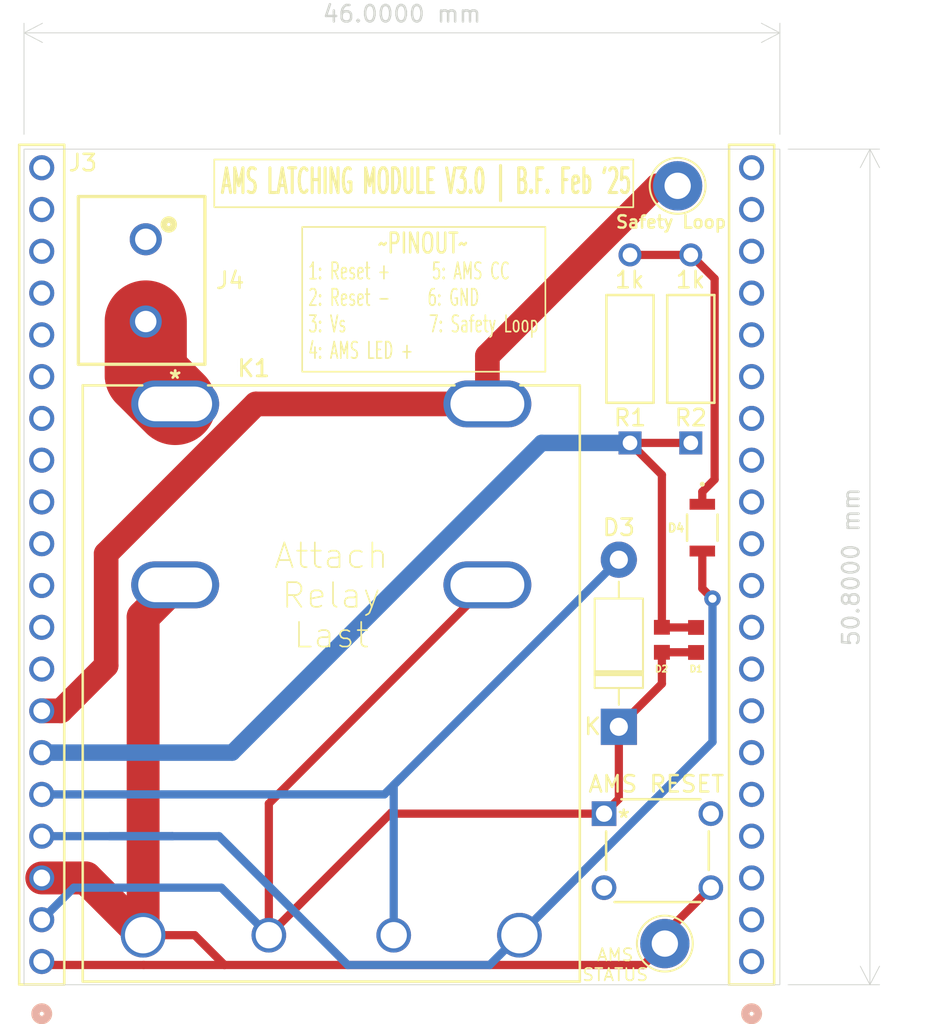
<source format=kicad_pcb>
(kicad_pcb (version 20240108) (generator "pcbnew") (generator_version "8.0")
  (layers (0 "F.Cu" signal) (31 "B.Cu" signal) (34 "B.Paste" user) (35 "F.Paste" user) (36 "B.SilkS" user "B.Silkscreen") (37 "F.SilkS" user "F.Silkscreen") (38 "B.Mask" user) (39 "F.Mask" user) (44 "Edge.Cuts" user))
  (net 0 "")
  (net 1 "/GND")
  (net 2 "Net-(D1-K)")
  (net 3 "Net-(D4-A)")
  (net 4 "Net-(D3-A)")
  (net 5 "Net-(D4-K)")
  (net 11 "Net-(J3-Pad1)")
  (net 18 "Net-(J3-Pad7)")
  (net 22 "Net-(J4-Pad2)")
  (footprint "RMCF0603FT1K00:RESC1508X55N" (layer "F.Cu") (at 90.62 79.51 90)
    (property "Reference" "D1" (at -1.76 0 180) (layer "F.SilkS") (effects (font (size 0.393701 0.393701))))
    (property "Value" "D_Zener")
    (pad "1" smd rect (at -0.76 0 90) (size 0.9 0.97) (layers "F.Cu" "F.Paste" "F.Mask") (net 2 "Net-(D1-K)"))
    (pad "2" smd rect (at 0.76 0 90) (size 0.9 0.97) (layers "F.Cu" "F.Paste" "F.Mask") (net 1 "/GND"))
  )
  (footprint "RMCF0603FT1K00:RESC1508X55N" (layer "F.Cu") (at 88.54 79.5 90)
    (property "Reference" "D2" (at -1.77 -0.02 180) (layer "F.SilkS") (effects (font (size 0.393701 0.393701))))
    (property "Value" "D_Zener")
    (pad "1" smd rect (at -0.76 0 90) (size 0.9 0.97) (layers "F.Cu" "F.Paste" "F.Mask") (net 2 "Net-(D1-K)"))
    (pad "2" smd rect (at 0.76 0 90) (size 0.9 0.97) (layers "F.Cu" "F.Paste" "F.Mask") (net 1 "/GND"))
  )
  (footprint "TestPoint:TestPoint_Loop_D2.60mm_Drill1.6mm_Beaded" (layer "F.Cu") (at 89.5 51.9)
    (property "Reference" "Safety Loop" (at -0.4 2.2 0) (layer "F.SilkS") (effects (font (size 0.75 0.75))))
    (property "Value" "TestPoint")
    (fp_circle (center 0 0) (end 1.7 0) (stroke (width 0.12)) (fill none) (layer "F.SilkS"))
    (pad "1" thru_hole circle (at 0 0) (size 3 3) (drill 1.6) (layers "*.Cu" "*.Mask") (net 18 "Net-(J3-Pad7)"))
  )
  (footprint "PH1-20-UA:CONN_PH1-20-UA_ADM" (layer "F.Cu") (at 50.8 99.06 90)
    (property "Reference" "J3" (at 48.56 2.5 0) (layer "F.SilkS"))
    (property "Value" "PH1-20-UA")
    (fp_circle (center -3.175 0) (end -2.794 0) (stroke (width 0.508)) (fill none) (layer "B.SilkS"))
    (fp_line (start 49.657 -1.3716) (end -1.397 -1.3716) (stroke (width 0.1524)) (layer "F.SilkS"))
    (fp_line (start -1.397 -1.3716) (end -1.397 1.3716) (stroke (width 0.1524)) (layer "F.SilkS"))
    (fp_line (start 49.657 1.3716) (end 49.657 -1.3716) (stroke (width 0.1524)) (layer "F.SilkS"))
    (fp_line (start -1.397 1.3716) (end 49.657 1.3716) (stroke (width 0.1524)) (layer "F.SilkS"))
    (fp_circle (center -3.175 0) (end -2.794 0) (stroke (width 0.508)) (fill none) (layer "F.SilkS"))
    (pad "1" thru_hole circle (at 0 0 90) (size 1.524 1.524) (drill 1.016) (layers "*.Cu" "*.Mask") (net 11 "Net-(J3-Pad1)"))
    (pad "2" thru_hole circle (at 2.54 0 90) (size 1.524 1.524) (drill 1.016) (layers "*.Cu" "*.Mask") (net 2 "Net-(D1-K)"))
    (pad "3" thru_hole circle (at 5.08 0 90) (size 1.524 1.524) (drill 1.016) (layers "*.Cu" "*.Mask") (net 11 "Net-(J3-Pad1)"))
    (pad "4" thru_hole circle (at 7.62 0 90) (size 1.524 1.524) (drill 1.016) (layers "*.Cu" "*.Mask") (net 3 "Net-(D4-A)"))
    (pad "5" thru_hole circle (at 10.16 0 90) (size 1.524 1.524) (drill 1.016) (layers "*.Cu" "*.Mask") (net 4 "Net-(D3-A)"))
    (pad "6" thru_hole circle (at 12.7 0 90) (size 1.524 1.524) (drill 1.016) (layers "*.Cu" "*.Mask") (net 1 "/GND"))
    (pad "7" thru_hole circle (at 15.24 0 90) (size 1.524 1.524) (drill 1.016) (layers "*.Cu" "*.Mask") (net 18 "Net-(J3-Pad7)"))
    (pad "8" thru_hole circle (at 17.78 0 90) (size 1.524 1.524) (drill 1.016) (layers "*.Cu" "*.Mask"))
    (pad "9" thru_hole circle (at 20.32 0 90) (size 1.524 1.524) (drill 1.016) (layers "*.Cu" "*.Mask"))
    (pad "10" thru_hole circle (at 22.86 0 90) (size 1.524 1.524) (drill 1.016) (layers "*.Cu" "*.Mask"))
    (pad "11" thru_hole circle (at 25.4 0 90) (size 1.524 1.524) (drill 1.016) (layers "*.Cu" "*.Mask"))
    (pad "12" thru_hole circle (at 27.94 0 90) (size 1.524 1.524) (drill 1.016) (layers "*.Cu" "*.Mask"))
    (pad "13" thru_hole circle (at 30.48 0 90) (size 1.524 1.524) (drill 1.016) (layers "*.Cu" "*.Mask"))
    (pad "14" thru_hole circle (at 33.02 0 90) (size 1.524 1.524) (drill 1.016) (layers "*.Cu" "*.Mask"))
    (pad "15" thru_hole circle (at 35.56 0 90) (size 1.524 1.524) (drill 1.016) (layers "*.Cu" "*.Mask"))
    (pad "16" thru_hole circle (at 38.1 0 90) (size 1.524 1.524) (drill 1.016) (layers "*.Cu" "*.Mask"))
    (pad "17" thru_hole circle (at 40.64 0 90) (size 1.524 1.524) (drill 1.016) (layers "*.Cu" "*.Mask"))
    (pad "18" thru_hole circle (at 43.18 0 90) (size 1.524 1.524) (drill 1.016) (layers "*.Cu" "*.Mask"))
    (pad "19" thru_hole circle (at 45.72 0 90) (size 1.524 1.524) (drill 1.016) (layers "*.Cu" "*.Mask"))
    (pad "20" thru_hole circle (at 48.26 0 90) (size 1.524 1.524) (drill 1.016) (layers "*.Cu" "*.Mask"))
  )
  (footprint "1825910-6:SW4_1825910-B_TEC" (layer "F.Cu") (at 91.52 94.570001)
    (property "Reference" "AMS RESET" (at -3.32 -6.300001 0) (layer "F.SilkS"))
    (property "Value" "Test Reset AMS")
    (fp_line (start -6.3742 -3.417961) (end -6.3742 -1.074702) (stroke (width 0.1524)) (layer "F.SilkS"))
    (fp_line (start -5.86236 0.874199) (end -0.63764 0.874199) (stroke (width 0.1524)) (layer "F.SilkS"))
    (fp_line (start -0.63764 -5.374201) (end -5.442292 -5.374201) (stroke (width 0.1524)) (layer "F.SilkS"))
    (fp_line (start -0.1258 -1.074702) (end -0.1258 -3.425299) (stroke (width 0.1524)) (layer "F.SilkS"))
    (fp_text user "*" (at -5.3 -4.200001 0) (layer "F.SilkS"))
    (pad "1" thru_hole rect (at -6.500001 -4.500001) (size 1.4986 1.4986) (drill 0.9906) (layers "*.Cu" "*.Mask") (net 2 "Net-(D1-K)"))
    (pad "2" thru_hole circle (at 0 -4.500001) (size 1.4986 1.4986) (drill 0.9906) (layers "*.Cu" "*.Mask"))
    (pad "3" thru_hole circle (at -6.500001 0) (size 1.4986 1.4986) (drill 0.9906) (layers "*.Cu" "*.Mask"))
    (pad "4" thru_hole circle (at 0 0) (size 1.4986 1.4986) (drill 0.9906) (layers "*.Cu" "*.Mask") (net 11 "Net-(J3-Pad1)"))
  )
  (footprint "AP3216SYD:LED_AP3216SYD_KNB-L" (layer "F.Cu") (at 91 72.6818 -90)
    (property "Reference" "D4" (at 0.0182 1.6 0) (layer "F.SilkS") (effects (font (size 0.5 0.5) (thickness 0.125))))
    (property "Value" "LED (Test)")
    (fp_line (start -0.796413 0.9271) (end 0.796413 0.9271) (stroke (width 0.1524)) (layer "F.SilkS"))
    (fp_line (start 0.796413 -0.9271) (end -0.796413 -0.9271) (stroke (width 0.1524)) (layer "F.SilkS"))
    (fp_circle (center -2.6416 0) (end -2.5654 0) (stroke (width 0.1524)) (fill none) (layer "F.SilkS"))
    (pad "1" smd rect (at -1.4224 0 270) (size 0.6604 1.5494) (layers "F.Cu" "F.Paste" "F.Mask") (net 5 "Net-(D4-K)"))
    (pad "2" smd rect (at 1.4224 0 270) (size 0.6604 1.5494) (layers "F.Cu" "F.Paste" "F.Mask") (net 3 "Net-(D4-A)"))
  )
  (footprint "AHES4291:AHES4_PAN" (layer "F.Cu") (at 58.919999 65.159998)
    (property "Reference" "K1" (at 4.780001 -2.159998 0) (layer "F.SilkS") (effects (font (thickness 0.17))))
    (property "Value" "AHES4291")
    (fp_line (start -5.6257 -1.126999) (end -5.6257 35.118801) (stroke (width 0.1524)) (layer "F.SilkS"))
    (fp_line (start -5.6257 35.118801) (end 24.6257 35.118801) (stroke (width 0.1524)) (layer "F.SilkS"))
    (fp_line (start -2.002004 -1.126999) (end -5.6257 -1.126999) (stroke (width 0.1524)) (layer "F.SilkS"))
    (fp_line (start 16.997994 -1.126999) (end 2.002006 -1.126999) (stroke (width 0.1524)) (layer "F.SilkS"))
    (fp_line (start 24.6257 -1.126999) (end 21.002004 -1.126999) (stroke (width 0.1524)) (layer "F.SilkS"))
    (fp_line (start 24.6257 35.118801) (end 24.6257 -1.126999) (stroke (width 0.1524)) (layer "F.SilkS"))
    (fp_text user "*" (at 0.000001 -1.489998 0) (layer "F.SilkS") (effects (font (thickness 0.17))))
    (pad "1" thru_hole oval (at 0.000001 0.000001) (size 5.35 2.85) (drill oval 4.4958 2.1082) (layers "*.Cu" "*.Mask") (net 22 "Net-(J4-Pad2)"))
    (pad "2" thru_hole oval (at 0.000001 11.000002) (size 5.35 2.85) (drill oval 4.4958 2.1082) (layers "*.Cu" "*.Mask") (net 11 "Net-(J3-Pad1)"))
    (pad "3" thru_hole circle (at -1.949999 32.300002) (size 2.7178 2.7178) (drill 2.2098) (layers "*.Cu" "*.Mask") (net 11 "Net-(J3-Pad1)"))
    (pad "4" thru_hole circle (at 5.700001 32.300002) (size 2.1082 2.1082) (drill 1.6002) (layers "*.Cu" "*.Mask") (net 2 "Net-(D1-K)"))
    (pad "5" thru_hole circle (at 13.300001 32.300002) (size 2.1082 2.1082) (drill 1.6002) (layers "*.Cu" "*.Mask") (net 4 "Net-(D3-A)"))
    (pad "6" thru_hole circle (at 20.950001 32.300002) (size 2.7178 2.7178) (drill 2.2098) (layers "*.Cu" "*.Mask") (net 3 "Net-(D4-A)"))
    (pad "7" thru_hole oval (at 18.999999 11.000002) (size 5.35 2.85) (drill oval 4.4958 2.1082) (layers "*.Cu" "*.Mask") (net 2 "Net-(D1-K)"))
    (pad "8" thru_hole oval (at 18.999999 0.000001) (size 5.35 2.85) (drill oval 4.4958 2.1082) (layers "*.Cu" "*.Mask") (net 18 "Net-(J3-Pad7)"))
  )
  (footprint "CF14JT10K0:STA_CF14_STP" (layer "F.Cu") (at 90.3 67.53 90)
    (property "Reference" "R2" (at 1.53 0 0) (layer "F.SilkS"))
    (property "Value" "1k")
    (fp_line (start 8.9916 -1.4351) (end 2.4384 -1.4351) (stroke (width 0.1524)) (layer "F.SilkS"))
    (fp_line (start 2.4384 -1.4351) (end 2.4384 1.4351) (stroke (width 0.1524)) (layer "F.SilkS"))
    (fp_line (start 8.9916 1.4351) (end 8.9916 -1.4351) (stroke (width 0.1524)) (layer "F.SilkS"))
    (fp_line (start 2.4384 1.4351) (end 8.9916 1.4351) (stroke (width 0.1524)) (layer "F.SilkS"))
    (pad "1" thru_hole rect (at 0 0 90) (size 1.397 1.397) (drill 0.889) (layers "*.Cu" "*.Mask") (net 1 "/GND"))
    (pad "2" thru_hole circle (at 11.43 0 90) (size 1.397 1.397) (drill 0.889) (layers "*.Cu" "*.Mask") (net 5 "Net-(D4-K)"))
  )
  (footprint "691137710002:691137710002" (layer "F.Cu") (at 57.13 57.65 -90)
    (property "Reference" "J4" (at 0 -5.135 180) (layer "F.SilkS"))
    (property "Value" "691137710002")
    (property "VALUE" "691137710002" (hide yes))
    (fp_line (start -5.1 4.1) (end -5.1 -3.6) (stroke (width 0.2)) (layer "F.SilkS"))
    (fp_line (start 5.1 4.1) (end -5.1 4.1) (stroke (width 0.2)) (layer "F.SilkS"))
    (fp_line (start -5.1 -3.6) (end 5.1 -3.6) (stroke (width 0.2)) (layer "F.SilkS"))
    (fp_line (start 5.1 -3.6) (end 5.1 4.1) (stroke (width 0.2)) (layer "F.SilkS"))
    (fp_circle (center -3.4 -1.4) (end -3.3 -1.4) (stroke (width 0.4)) (fill none) (layer "F.SilkS"))
    (pad "1" thru_hole circle (at -2.5 0 270) (size 1.95 1.95) (drill 1.3) (layers "*.Cu" "*.Mask"))
    (pad "2" thru_hole circle (at 2.5 0 270) (size 1.95 1.95) (drill 1.3) (layers "*.Cu" "*.Mask") (net 22 "Net-(J4-Pad2)"))
  )
  (footprint "TestPoint:TestPoint_Loop_D2.60mm_Drill1.6mm_Beaded" (layer "F.Cu") (at 88.72 97.97)
    (property "Reference" "TP1" (hide yes))
    (property "Value" "TestPoint")
    (fp_circle (center 0 0) (end 1.7 0) (stroke (width 0.12)) (fill none) (layer "F.SilkS"))
    (pad "1" thru_hole circle (at 0 0) (size 3 3) (drill 1.6) (layers "*.Cu" "*.Mask") (net 11 "Net-(J3-Pad1)"))
  )
  (footprint "CF14JT10K0:STA_CF14_STP" (layer "F.Cu") (at 86.6 67.53 90)
    (property "Reference" "R1" (at 1.53 0 0) (layer "F.SilkS"))
    (property "Value" "1k")
    (fp_line (start 8.9916 -1.4351) (end 2.4384 -1.4351) (stroke (width 0.1524)) (layer "F.SilkS"))
    (fp_line (start 2.4384 -1.4351) (end 2.4384 1.4351) (stroke (width 0.1524)) (layer "F.SilkS"))
    (fp_line (start 8.9916 1.4351) (end 8.9916 -1.4351) (stroke (width 0.1524)) (layer "F.SilkS"))
    (fp_line (start 2.4384 1.4351) (end 8.9916 1.4351) (stroke (width 0.1524)) (layer "F.SilkS"))
    (pad "1" thru_hole rect (at 0 0 90) (size 1.397 1.397) (drill 0.889) (layers "*.Cu" "*.Mask") (net 1 "/GND"))
    (pad "2" thru_hole circle (at 11.43 0 90) (size 1.397 1.397) (drill 0.889) (layers "*.Cu" "*.Mask") (net 5 "Net-(D4-K)"))
  )
  (footprint "PH1-20-UA:CONN_PH1-20-UA_ADM" (layer "F.Cu") (at 94 99.06 90)
    (property "Reference" "J2" (hide yes))
    (property "Value" "PH1-20-UA")
    (fp_circle (center -3.175 0) (end -2.794 0) (stroke (width 0.508)) (fill none) (layer "B.SilkS"))
    (fp_line (start 49.657 -1.3716) (end -1.397 -1.3716) (stroke (width 0.1524)) (layer "F.SilkS"))
    (fp_line (start -1.397 -1.3716) (end -1.397 1.3716) (stroke (width 0.1524)) (layer "F.SilkS"))
    (fp_line (start 49.657 1.3716) (end 49.657 -1.3716) (stroke (width 0.1524)) (layer "F.SilkS"))
    (fp_line (start -1.397 1.3716) (end 49.657 1.3716) (stroke (width 0.1524)) (layer "F.SilkS"))
    (fp_circle (center -3.175 0) (end -2.794 0) (stroke (width 0.508)) (fill none) (layer "F.SilkS"))
    (pad "1" thru_hole circle (at 0 0 90) (size 1.524 1.524) (drill 1.016) (layers "*.Cu" "*.Mask"))
    (pad "2" thru_hole circle (at 2.54 0 90) (size 1.524 1.524) (drill 1.016) (layers "*.Cu" "*.Mask"))
    (pad "3" thru_hole circle (at 5.08 0 90) (size 1.524 1.524) (drill 1.016) (layers "*.Cu" "*.Mask"))
    (pad "4" thru_hole circle (at 7.62 0 90) (size 1.524 1.524) (drill 1.016) (layers "*.Cu" "*.Mask"))
    (pad "5" thru_hole circle (at 10.16 0 90) (size 1.524 1.524) (drill 1.016) (layers "*.Cu" "*.Mask"))
    (pad "6" thru_hole circle (at 12.7 0 90) (size 1.524 1.524) (drill 1.016) (layers "*.Cu" "*.Mask"))
    (pad "7" thru_hole circle (at 15.24 0 90) (size 1.524 1.524) (drill 1.016) (layers "*.Cu" "*.Mask"))
    (pad "8" thru_hole circle (at 17.78 0 90) (size 1.524 1.524) (drill 1.016) (layers "*.Cu" "*.Mask"))
    (pad "9" thru_hole circle (at 20.32 0 90) (size 1.524 1.524) (drill 1.016) (layers "*.Cu" "*.Mask"))
    (pad "10" thru_hole circle (at 22.86 0 90) (size 1.524 1.524) (drill 1.016) (layers "*.Cu" "*.Mask"))
    (pad "11" thru_hole circle (at 25.4 0 90) (size 1.524 1.524) (drill 1.016) (layers "*.Cu" "*.Mask"))
    (pad "12" thru_hole circle (at 27.94 0 90) (size 1.524 1.524) (drill 1.016) (layers "*.Cu" "*.Mask"))
    (pad "13" thru_hole circle (at 30.48 0 90) (size 1.524 1.524) (drill 1.016) (layers "*.Cu" "*.Mask"))
    (pad "14" thru_hole circle (at 33.02 0 90) (size 1.524 1.524) (drill 1.016) (layers "*.Cu" "*.Mask"))
    (pad "15" thru_hole circle (at 35.56 0 90) (size 1.524 1.524) (drill 1.016) (layers "*.Cu" "*.Mask"))
    (pad "16" thru_hole circle (at 38.1 0 90) (size 1.524 1.524) (drill 1.016) (layers "*.Cu" "*.Mask"))
    (pad "17" thru_hole circle (at 40.64 0 90) (size 1.524 1.524) (drill 1.016) (layers "*.Cu" "*.Mask"))
    (pad "18" thru_hole circle (at 43.18 0 90) (size 1.524 1.524) (drill 1.016) (layers "*.Cu" "*.Mask"))
    (pad "19" thru_hole circle (at 45.72 0 90) (size 1.524 1.524) (drill 1.016) (layers "*.Cu" "*.Mask"))
    (pad "20" thru_hole circle (at 48.26 0 90) (size 1.524 1.524) (drill 1.016) (layers "*.Cu" "*.Mask"))
  )
  (footprint "Diode_THT:D_DO-41_SOD81_P10.16mm_Horizontal" (layer "F.Cu") (at 85.92 84.79 90)
    (property "Reference" "D3" (at 12.12 0 0) (layer "F.SilkS"))
    (property "Value" "1N4001")
    (fp_line (start 7.8 -1.47) (end 2.36 -1.47) (stroke (width 0.12)) (layer "F.SilkS"))
    (fp_line (start 3.38 -1.47) (end 3.38 1.47) (stroke (width 0.12)) (layer "F.SilkS"))
    (fp_line (start 3.26 -1.47) (end 3.26 1.47) (stroke (width 0.12)) (layer "F.SilkS"))
    (fp_line (start 3.14 -1.47) (end 3.14 1.47) (stroke (width 0.12)) (layer "F.SilkS"))
    (fp_line (start 2.36 -1.47) (end 2.36 1.47) (stroke (width 0.12)) (layer "F.SilkS"))
    (fp_line (start 8.82 0) (end 7.8 0) (stroke (width 0.12)) (layer "F.SilkS"))
    (fp_line (start 1.34 0) (end 2.36 0) (stroke (width 0.12)) (layer "F.SilkS"))
    (fp_line (start 7.8 1.47) (end 7.8 -1.47) (stroke (width 0.12)) (layer "F.SilkS"))
    (fp_line (start 2.36 1.47) (end 7.8 1.47) (stroke (width 0.12)) (layer "F.SilkS"))
    (fp_text user "K" (at 0.02 -1.6 180) (layer "F.SilkS"))
    (pad "1" thru_hole rect (at 0 0 90) (size 2.2 2.2) (drill 1.1) (layers "*.Cu" "*.Mask") (net 2 "Net-(D1-K)"))
    (pad "2" thru_hole oval (at 10.16 0 90) (size 2.2 2.2) (drill 1.1) (layers "*.Cu" "*.Mask") (net 4 "Net-(D3-A)"))
  )
  (gr_rect (start 61.3 50.3) (end 86.8 53.2) (stroke (width 0.1)) (fill none) (layer "F.SilkS"))
  (gr_rect (start 66.65 54.4) (end 81.45 63.2) (stroke (width 0.1)) (fill none) (layer "F.SilkS"))
  (gr_rect (start 49.72 49.67) (end 95.72 100.47) (stroke (width 0.05)) (fill none) (layer "Edge.Cuts"))
  (gr_text "AMS\nSTATUS" (at 85.7 100.3 0) (layer "F.SilkS") (effects (font (size 0.75 0.75) (thickness 0.1)) (justify bottom)))
  (gr_text "AMS LATCHING MODULE V3.0 | B.F. Feb '25" (at 61.6 52.5 0) (layer "F.SilkS") (effects (font (size 1.5 0.75) (thickness 0.1875) (bold yes)) (justify left bottom)))
  (gr_text "1k" (at 89.3 58.2 0) (layer "F.SilkS") (effects (font (size 1 1)) (justify left bottom)))
  (gr_text "~PINOUT~" (at 71.181191 56.1 0) (layer "F.SilkS") (effects (font (size 1.2 0.8) (thickness 0.15) (bold yes)) (justify left bottom)))
  (gr_text "Attach\nRelay\nLast" (at 68.419999 80.1 0) (layer "F.SilkS") (effects (font (size 1.5 1.5) (thickness 0.1)) (justify bottom)))
  (gr_text "1: Reset +	 5: AMS CC\n2: Reset -     6: GND\n3: Vs           7: Safety Loop\n4: AMS LED +" (at 66.959999 62.5 0) (layer "F.SilkS") (effects (font (size 1 0.6) (thickness 0.1)) (justify left bottom)))
  (gr_text "1k" (at 85.6 58.2 0) (layer "F.SilkS") (effects (font (size 1 1)) (justify left bottom)))
  (dimension (type aligned) (layer "Edge.Cuts") (pts (xy 95.72 49.67) (xy 95.72 100.47)) (height -5.48) (gr_text "50.8000 mm" (at 100.05 75.07 90) (layer "Edge.Cuts") (effects (font (size 1 1) (thickness 0.15)))) (format (prefix "") (suffix "") (units 3) (units_format 1) (precision 4)) (style (thickness 0.05) (arrow_length 1.27) (text_position_mode 0) (extension_height 0.58642) (extension_offset 0.5) keep_text_aligned))
  (dimension (type aligned) (layer "Edge.Cuts") (pts (xy 49.72 49.27) (xy 95.72 49.27)) (height -6.67) (gr_text "46.0000 mm" (at 72.72 41.45 0) (layer "Edge.Cuts") (effects (font (size 1 1) (thickness 0.15)))) (format (prefix "") (suffix "") (units 3) (units_format 1) (precision 4)) (style (thickness 0.05) (arrow_length 1.27) (text_position_mode 0) (extension_height 0.58642) (extension_offset 0.5) keep_text_aligned))
  (segment (start 90.62 78.75) (end 88.55 78.75) (width 0.5) (layer "F.Cu") (net 1))
  (segment (start 88.55 78.75) (end 88.54 78.74) (width 0.25) (layer "F.Cu") (net 1))
  (segment (start 88.54 78.74) (end 88.54 69.47) (width 0.5) (layer "F.Cu") (net 1))
  (segment (start 86.6 67.53) (end 90.3 67.53) (width 0.5) (layer "F.Cu") (net 1))
  (segment (start 88.54 69.47) (end 86.6 67.53) (width 0.5) (layer "F.Cu") (net 1))
  (segment (start 81.22 67.53) (end 62.39 86.36) (width 1) (layer "B.Cu") (net 1))
  (segment (start 86.6 67.53) (end 81.22 67.53) (width 1) (layer "B.Cu") (net 1))
  (segment (start 62.39 86.36) (end 50.8 86.36) (width 1) (layer "B.Cu") (net 1))
  (segment (start 85.92 84.79) (end 85.92 89.169999) (width 0.5) (layer "F.Cu") (net 2))
  (segment (start 72.069401 90.010599) (end 72.128802 90.07) (width 0.5) (layer "F.Cu") (net 2))
  (segment (start 88.54 80.26) (end 90.61 80.26) (width 0.5) (layer "F.Cu") (net 2))
  (segment (start 88.54 82.17) (end 85.92 84.79) (width 0.5) (layer "F.Cu") (net 2))
  (segment (start 88.54 80.26) (end 88.54 82.17) (width 0.5) (layer "F.Cu") (net 2))
  (segment (start 64.62 97.46) (end 64.62 89.459998) (width 0.5) (layer "F.Cu") (net 2))
  (segment (start 85.92 89.169999) (end 85.019999 90.07) (width 0.5) (layer "F.Cu") (net 2))
  (segment (start 64.62 89.459998) (end 77.919998 76.16) (width 0.5) (layer "F.Cu") (net 2))
  (segment (start 90.61 80.26) (end 90.62 80.27) (width 0.5) (layer "F.Cu") (net 2))
  (segment (start 64.62 97.46) (end 72.069401 90.010599) (width 0.5) (layer "F.Cu") (net 2))
  (segment (start 72.128802 90.07) (end 85.019999 90.07) (width 0.5) (layer "F.Cu") (net 2))
  (segment (start 61.73 94.57) (end 52.75 94.57) (width 0.5) (layer "B.Cu") (net 2))
  (segment (start 64.62 97.46) (end 61.73 94.57) (width 0.5) (layer "B.Cu") (net 2))
  (segment (start 52.75 94.57) (end 50.8 96.52) (width 0.5) (layer "B.Cu") (net 2))
  (segment (start 91.7 76.92) (end 91.62 77) (width 0.2) (layer "F.Cu") (net 3))
  (segment (start 91.62 77) (end 91.3448 76.7248) (width 0.25) (layer "F.Cu") (net 3))
  (segment (start 91.62 77) (end 91 76.38) (width 0.5) (layer "F.Cu") (net 3))
  (segment (start 91 76.38) (end 91 74.1042) (width 0.5) (layer "F.Cu") (net 3))
  (via (at 91.62 77) (size 1) (drill 0.5) (layers "F.Cu" "B.Cu") (net 3))
  (segment (start 79.87 97.46) (end 91.62 85.71) (width 0.5) (layer "B.Cu") (net 3))
  (segment (start 79.87 97.46) (end 79.87 96.44) (width 0.25) (layer "B.Cu") (net 3))
  (segment (start 58.75 91.44) (end 54.94 91.44) (width 0.5) (layer "B.Cu") (net 3))
  (segment (start 91.62 85.71) (end 91.62 77) (width 0.5) (layer "B.Cu") (net 3))
  (segment (start 78.06 99.27) (end 79.87 97.46) (width 0.5) (layer "B.Cu") (net 3))
  (segment (start 58.75 91.44) (end 61.59 91.44) (width 0.5) (layer "B.Cu") (net 3))
  (segment (start 61.59 91.44) (end 69.42 99.27) (width 0.5) (layer "B.Cu") (net 3))
  (segment (start 69.42 99.27) (end 78.06 99.27) (width 0.5) (layer "B.Cu") (net 3))
  (segment (start 50.8 91.44) (end 58.75 91.44) (width 0.5) (layer "B.Cu") (net 3))
  (segment (start 71.65 88.9) (end 72.65 87.9) (width 0.5) (layer "B.Cu") (net 4))
  (segment (start 63.66 88.9) (end 71.65 88.9) (width 0.5) (layer "B.Cu") (net 4))
  (segment (start 72.22 97.46) (end 72.22 88.33) (width 0.5) (layer "B.Cu") (net 4))
  (segment (start 72.22 88.33) (end 72.65 87.9) (width 0.5) (layer "B.Cu") (net 4))
  (segment (start 50.8 88.9) (end 63.66 88.9) (width 0.5) (layer "B.Cu") (net 4))
  (segment (start 72.65 87.9) (end 85.92 74.63) (width 0.5) (layer "B.Cu") (net 4))
  (segment (start 91 70.5) (end 91 71.2594) (width 0.5) (layer "F.Cu") (net 5))
  (segment (start 91.75 69.75) (end 91 70.5) (width 0.5) (layer "F.Cu") (net 5))
  (segment (start 91.75 57.55) (end 91.75 69.75) (width 0.5) (layer "F.Cu") (net 5))
  (segment (start 90.3 56.1) (end 86.6 56.1) (width 0.5) (layer "F.Cu") (net 5))
  (segment (start 90.3 56.1) (end 91.75 57.55) (width 0.5) (layer "F.Cu") (net 5))
  (segment (start 88.72 97.97) (end 88.72 97.370001) (width 0.5) (layer "F.Cu") (net 11))
  (segment (start 61.92 99.27) (end 87.42 99.27) (width 0.5) (layer "F.Cu") (net 11))
  (segment (start 57 99.27) (end 51.01 99.27) (width 0.5) (layer "F.Cu") (net 11))
  (segment (start 88.72 97.370001) (end 91.52 94.570001) (width 0.5) (layer "F.Cu") (net 11))
  (segment (start 56.97 97.46) (end 56.97 78.11) (width 2) (layer "F.Cu") (net 11))
  (segment (start 87.42 99.27) (end 88.72 97.97) (width 0.5) (layer "F.Cu") (net 11))
  (segment (start 53.49 93.98) (end 50.8 93.98) (width 2) (layer "F.Cu") (net 11))
  (segment (start 60.11 97.46) (end 61.92 99.27) (width 0.5) (layer "F.Cu") (net 11))
  (segment (start 56.97 78.11) (end 58.92 76.16) (width 2) (layer "F.Cu") (net 11))
  (segment (start 56.97 97.46) (end 53.49 93.98) (width 2) (layer "F.Cu") (net 11))
  (segment (start 51.01 99.27) (end 50.8 99.06) (width 0.5) (layer "F.Cu") (net 11))
  (segment (start 56.97 97.46) (end 60.11 97.46) (width 0.5) (layer "F.Cu") (net 11))
  (segment (start 61.92 99.27) (end 57 99.27) (width 0.5) (layer "F.Cu") (net 11))
  (segment (start 57 97.49) (end 56.97 97.46) (width 0.5) (layer "F.Cu") (net 11))
  (segment (start 77.919998 62.234999) (end 88.254997 51.9) (width 1.5) (layer "F.Cu") (net 18))
  (segment (start 88.254997 51.9) (end 89.5 51.9) (width 1.5) (layer "F.Cu") (net 18))
  (segment (start 54.72 74.27) (end 54.72 81.07) (width 1.5) (layer "F.Cu") (net 18))
  (segment (start 51.97 83.82) (end 50.8 83.82) (width 1.5) (layer "F.Cu") (net 18))
  (segment (start 54.72 81.07) (end 51.97 83.82) (width 1.5) (layer "F.Cu") (net 18))
  (segment (start 77.919998 65.159999) (end 77.919998 62.234999) (width 1.5) (layer "F.Cu") (net 18))
  (segment (start 63.830001 65.159999) (end 54.72 74.27) (width 1.5) (layer "F.Cu") (net 18))
  (segment (start 77.919998 65.159999) (end 63.830001 65.159999) (width 1.5) (layer "F.Cu") (net 18))
  (segment (start 57.13 63.369999) (end 58.92 65.159999) (width 5) (layer "F.Cu") (net 22))
  (segment (start 57.13 60.15) (end 57.13 63.369999) (width 5) (layer "F.Cu") (net 22))
)
</source>
